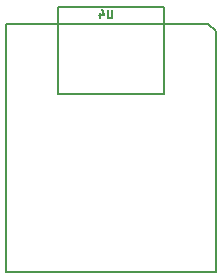
<source format=gbr>
%TF.GenerationSoftware,KiCad,Pcbnew,(6.0.6-0)*%
%TF.CreationDate,2025-06-22T16:04:58+02:00*%
%TF.ProjectId,meteo,6d657465-6f2e-46b6-9963-61645f706362,rev?*%
%TF.SameCoordinates,Original*%
%TF.FileFunction,Legend,Bot*%
%TF.FilePolarity,Positive*%
%FSLAX46Y46*%
G04 Gerber Fmt 4.6, Leading zero omitted, Abs format (unit mm)*
G04 Created by KiCad (PCBNEW (6.0.6-0)) date 2025-06-22 16:04:58*
%MOMM*%
%LPD*%
G01*
G04 APERTURE LIST*
%ADD10C,0.150000*%
%ADD11C,0.127000*%
G04 APERTURE END LIST*
D10*
%TO.C,U4*%
X213590833Y-29512242D02*
X213590833Y-30078909D01*
X213557500Y-30145576D01*
X213524166Y-30178909D01*
X213457500Y-30212242D01*
X213324166Y-30212242D01*
X213257500Y-30178909D01*
X213224166Y-30145576D01*
X213190833Y-30078909D01*
X213190833Y-29512242D01*
X212557500Y-29745576D02*
X212557500Y-30212242D01*
X212724166Y-29478909D02*
X212890833Y-29978909D01*
X212457500Y-29978909D01*
D11*
X208997000Y-29252076D02*
X208997000Y-36604076D01*
X222392000Y-31347576D02*
X222392000Y-51676076D01*
X222392000Y-51676076D02*
X204592000Y-51676076D01*
X204592000Y-51676076D02*
X204592000Y-30676076D01*
X208997000Y-36604076D02*
X217996000Y-36604076D01*
X217992000Y-29252076D02*
X208997000Y-29252076D01*
X217996000Y-36604076D02*
X217996000Y-29251076D01*
X204592000Y-30676076D02*
X221720459Y-30676076D01*
X221720459Y-30676076D02*
X222392000Y-31347576D01*
%TD*%
M02*

</source>
